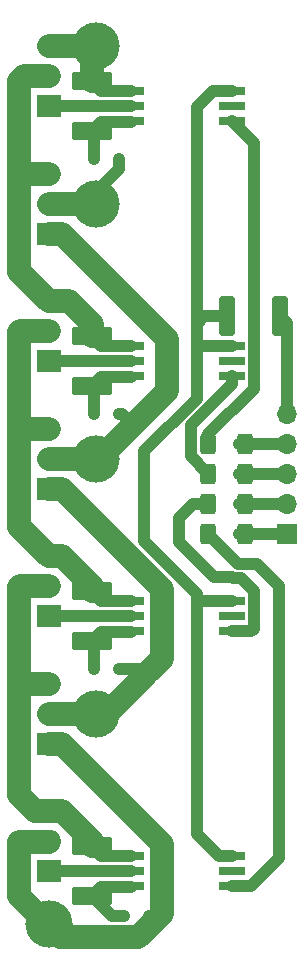
<source format=gbr>
%TF.GenerationSoftware,KiCad,Pcbnew,7.0.5+dfsg-2*%
%TF.CreationDate,2023-06-30T15:01:52+02:00*%
%TF.ProjectId,squeow_mod,73717565-6f77-45f6-9d6f-642e6b696361,rev?*%
%TF.SameCoordinates,PX2cce564PYfbec30*%
%TF.FileFunction,Copper,L1,Top*%
%TF.FilePolarity,Positive*%
%FSLAX46Y46*%
G04 Gerber Fmt 4.6, Leading zero omitted, Abs format (unit mm)*
G04 Created by KiCad (PCBNEW 7.0.5+dfsg-2) date 2023-06-30 15:01:52*
%MOMM*%
%LPD*%
G01*
G04 APERTURE LIST*
G04 Aperture macros list*
%AMRoundRect*
0 Rectangle with rounded corners*
0 $1 Rounding radius*
0 $2 $3 $4 $5 $6 $7 $8 $9 X,Y pos of 4 corners*
0 Add a 4 corners polygon primitive as box body*
4,1,4,$2,$3,$4,$5,$6,$7,$8,$9,$2,$3,0*
0 Add four circle primitives for the rounded corners*
1,1,$1+$1,$2,$3*
1,1,$1+$1,$4,$5*
1,1,$1+$1,$6,$7*
1,1,$1+$1,$8,$9*
0 Add four rect primitives between the rounded corners*
20,1,$1+$1,$2,$3,$4,$5,0*
20,1,$1+$1,$4,$5,$6,$7,0*
20,1,$1+$1,$6,$7,$8,$9,0*
20,1,$1+$1,$8,$9,$2,$3,0*%
G04 Aperture macros list end*
%TA.AperFunction,ComponentPad*%
%ADD10O,2.000000X1.905000*%
%TD*%
%TA.AperFunction,ComponentPad*%
%ADD11R,2.000000X1.905000*%
%TD*%
%TA.AperFunction,SMDPad,CuDef*%
%ADD12C,4.000000*%
%TD*%
%TA.AperFunction,SMDPad,CuDef*%
%ADD13R,2.160000X0.640000*%
%TD*%
%TA.AperFunction,SMDPad,CuDef*%
%ADD14RoundRect,0.250000X-0.400000X-0.625000X0.400000X-0.625000X0.400000X0.625000X-0.400000X0.625000X0*%
%TD*%
%TA.AperFunction,SMDPad,CuDef*%
%ADD15RoundRect,0.250000X1.450000X-0.537500X1.450000X0.537500X-1.450000X0.537500X-1.450000X-0.537500X0*%
%TD*%
%TA.AperFunction,ComponentPad*%
%ADD16O,1.700000X1.700000*%
%TD*%
%TA.AperFunction,ComponentPad*%
%ADD17R,1.700000X1.700000*%
%TD*%
%TA.AperFunction,SMDPad,CuDef*%
%ADD18R,0.600000X0.450000*%
%TD*%
%TA.AperFunction,SMDPad,CuDef*%
%ADD19RoundRect,0.250000X-0.400000X-1.450000X0.400000X-1.450000X0.400000X1.450000X-0.400000X1.450000X0*%
%TD*%
%TA.AperFunction,Conductor*%
%ADD20C,1.000000*%
%TD*%
%TA.AperFunction,Conductor*%
%ADD21C,2.000000*%
%TD*%
G04 APERTURE END LIST*
D10*
%TO.P,D1,3,K*%
%TO.N,Net-(C1-Pad2)*%
X3977500Y-56515000D03*
%TO.P,D1,2,A*%
%TO.N,Net-(D1-Pad2)*%
X3977500Y-59055000D03*
D11*
%TO.P,D1,1,K*%
%TO.N,Net-(D1-Pad1)*%
X3977500Y-61595000D03*
%TD*%
D12*
%TO.P,J3,1,Pin_1*%
%TO.N,Net-(D2-Pad2)*%
X8017500Y-37465000D03*
%TD*%
D13*
%TO.P,U3,6,VCC*%
%TO.N,Net-(C3-Pad1)*%
X10977500Y-30480000D03*
%TO.P,U3,5,VO*%
%TO.N,Net-(Q3-Pad1)*%
X10977500Y-29210000D03*
%TO.P,U3,4,VEE*%
%TO.N,Net-(C3-Pad2)*%
X10977500Y-27940000D03*
%TO.P,U3,3,C*%
%TO.N,GND*%
X19517500Y-27940000D03*
%TO.P,U3,2,NC*%
%TO.N,unconnected-(U3-Pad2)*%
X19517500Y-29210000D03*
%TO.P,U3,1,A*%
%TO.N,Net-(R3-Pad1)*%
X19517500Y-30480000D03*
%TD*%
D10*
%TO.P,Q3,3,S*%
%TO.N,Net-(C3-Pad2)*%
X3977500Y-24130000D03*
%TO.P,Q3,2,D*%
%TO.N,Net-(C2-Pad2)*%
X3977500Y-26670000D03*
D11*
%TO.P,Q3,1,G*%
%TO.N,Net-(Q3-Pad1)*%
X3977500Y-29210000D03*
%TD*%
D10*
%TO.P,D3,3,K*%
%TO.N,Net-(C3-Pad2)*%
X3977500Y-13335000D03*
%TO.P,D3,2,A*%
%TO.N,Net-(D3-Pad2)*%
X3977500Y-15875000D03*
D11*
%TO.P,D3,1,K*%
%TO.N,Net-(D2-Pad2)*%
X3977500Y-18415000D03*
%TD*%
D14*
%TO.P,R3,2*%
%TO.N,Net-(J6-Pad3)*%
X20607500Y-38735000D03*
%TO.P,R3,1*%
%TO.N,Net-(R3-Pad1)*%
X17507500Y-38735000D03*
%TD*%
D10*
%TO.P,D2,3,K*%
%TO.N,Net-(C2-Pad2)*%
X3977500Y-34925000D03*
%TO.P,D2,2,A*%
%TO.N,Net-(D2-Pad2)*%
X3977500Y-37465000D03*
D11*
%TO.P,D2,1,K*%
%TO.N,Net-(D1-Pad2)*%
X3977500Y-40005000D03*
%TD*%
D15*
%TO.P,C2,2*%
%TO.N,Net-(C2-Pad2)*%
X7627500Y-48662500D03*
%TO.P,C2,1*%
%TO.N,Net-(C2-Pad1)*%
X7627500Y-52937500D03*
%TD*%
%TO.P,C4,2*%
%TO.N,Net-(C4-Pad2)*%
X7627500Y-5482500D03*
%TO.P,C4,1*%
%TO.N,Net-(C4-Pad1)*%
X7627500Y-9757500D03*
%TD*%
D16*
%TO.P,J6,5,Pin_5*%
%TO.N,Net-(J6-Pad5)*%
X24137500Y-33655000D03*
%TO.P,J6,4,Pin_4*%
%TO.N,Net-(J6-Pad4)*%
X24137500Y-36195000D03*
%TO.P,J6,3,Pin_3*%
%TO.N,Net-(J6-Pad3)*%
X24137500Y-38735000D03*
%TO.P,J6,2,Pin_2*%
%TO.N,Net-(J6-Pad2)*%
X24137500Y-41275000D03*
D17*
%TO.P,J6,1,Pin_1*%
%TO.N,Net-(J6-Pad1)*%
X24137500Y-43815000D03*
%TD*%
D12*
%TO.P,J2,1,Pin_1*%
%TO.N,Net-(D1-Pad2)*%
X8017500Y-59055000D03*
%TD*%
%TO.P,J4,1,Pin_1*%
%TO.N,Net-(D3-Pad2)*%
X8017500Y-15875000D03*
%TD*%
D18*
%TO.P,D6,2,A*%
%TO.N,Net-(D2-Pad2)*%
X9947500Y-33655000D03*
%TO.P,D6,1,K*%
%TO.N,Net-(C3-Pad1)*%
X7847500Y-33655000D03*
%TD*%
D12*
%TO.P,J5,1,Pin_1*%
%TO.N,Net-(C4-Pad2)*%
X8017500Y-2540000D03*
%TD*%
D18*
%TO.P,D7,2,A*%
%TO.N,Net-(D3-Pad2)*%
X9947500Y-12065000D03*
%TO.P,D7,1,K*%
%TO.N,Net-(C4-Pad1)*%
X7847500Y-12065000D03*
%TD*%
D15*
%TO.P,C3,2*%
%TO.N,Net-(C3-Pad2)*%
X7627500Y-27072500D03*
%TO.P,C3,1*%
%TO.N,Net-(C3-Pad1)*%
X7627500Y-31347500D03*
%TD*%
%TO.P,C1,2*%
%TO.N,Net-(C1-Pad2)*%
X7627500Y-70252500D03*
%TO.P,C1,1*%
%TO.N,Net-(C1-Pad1)*%
X7627500Y-74527500D03*
%TD*%
D13*
%TO.P,U4,6,VCC*%
%TO.N,Net-(C4-Pad1)*%
X10977500Y-8890000D03*
%TO.P,U4,5,VO*%
%TO.N,Net-(Q4-Pad1)*%
X10977500Y-7620000D03*
%TO.P,U4,4,VEE*%
%TO.N,Net-(C4-Pad2)*%
X10977500Y-6350000D03*
%TO.P,U4,3,C*%
%TO.N,GND*%
X19517500Y-6350000D03*
%TO.P,U4,2,NC*%
%TO.N,unconnected-(U4-Pad2)*%
X19517500Y-7620000D03*
%TO.P,U4,1,A*%
%TO.N,Net-(R4-Pad1)*%
X19517500Y-8890000D03*
%TD*%
D14*
%TO.P,R4,2*%
%TO.N,Net-(J6-Pad4)*%
X20607500Y-36195000D03*
%TO.P,R4,1*%
%TO.N,Net-(R4-Pad1)*%
X17507500Y-36195000D03*
%TD*%
D10*
%TO.P,Q1,3,S*%
%TO.N,Net-(C1-Pad2)*%
X3977500Y-67310000D03*
%TO.P,Q1,2,D*%
%TO.N,Net-(D1-Pad1)*%
X3977500Y-69850000D03*
D11*
%TO.P,Q1,1,G*%
%TO.N,Net-(Q1-Pad1)*%
X3977500Y-72390000D03*
%TD*%
D13*
%TO.P,U1,6,VCC*%
%TO.N,Net-(C1-Pad1)*%
X10977500Y-73660000D03*
%TO.P,U1,5,VO*%
%TO.N,Net-(Q1-Pad1)*%
X10977500Y-72390000D03*
%TO.P,U1,4,VEE*%
%TO.N,Net-(C1-Pad2)*%
X10977500Y-71120000D03*
%TO.P,U1,3,C*%
%TO.N,GND*%
X19517500Y-71120000D03*
%TO.P,U1,2,NC*%
%TO.N,unconnected-(U1-Pad2)*%
X19517500Y-72390000D03*
%TO.P,U1,1,A*%
%TO.N,Net-(R1-Pad1)*%
X19517500Y-73660000D03*
%TD*%
D18*
%TO.P,D4,2,A*%
%TO.N,Net-(D1-Pad1)*%
X12487500Y-76200000D03*
%TO.P,D4,1,K*%
%TO.N,Net-(C1-Pad1)*%
X10387500Y-76200000D03*
%TD*%
D14*
%TO.P,R1,2*%
%TO.N,Net-(J6-Pad1)*%
X20607500Y-43815000D03*
%TO.P,R1,1*%
%TO.N,Net-(R1-Pad1)*%
X17507500Y-43815000D03*
%TD*%
D10*
%TO.P,Q2,3,S*%
%TO.N,Net-(C2-Pad2)*%
X3977500Y-45720000D03*
%TO.P,Q2,2,D*%
%TO.N,Net-(C1-Pad2)*%
X3977500Y-48260000D03*
D11*
%TO.P,Q2,1,G*%
%TO.N,Net-(Q2-Pad1)*%
X3977500Y-50800000D03*
%TD*%
D18*
%TO.P,D5,2,A*%
%TO.N,Net-(D1-Pad2)*%
X9947500Y-55245000D03*
%TO.P,D5,1,K*%
%TO.N,Net-(C2-Pad1)*%
X7847500Y-55245000D03*
%TD*%
D12*
%TO.P,J1,1,Pin_1*%
%TO.N,Net-(D1-Pad1)*%
X4017500Y-76835000D03*
%TD*%
D10*
%TO.P,Q4,3,S*%
%TO.N,Net-(C4-Pad2)*%
X3977500Y-2540000D03*
%TO.P,Q4,2,D*%
%TO.N,Net-(C3-Pad2)*%
X3977500Y-5080000D03*
D11*
%TO.P,Q4,1,G*%
%TO.N,Net-(Q4-Pad1)*%
X3977500Y-7620000D03*
%TD*%
D14*
%TO.P,R2,2*%
%TO.N,Net-(J6-Pad2)*%
X20607500Y-41275000D03*
%TO.P,R2,1*%
%TO.N,Net-(R2-Pad1)*%
X17507500Y-41275000D03*
%TD*%
D19*
%TO.P,R5,2*%
%TO.N,Net-(J6-Pad5)*%
X23542500Y-25400000D03*
%TO.P,R5,1*%
%TO.N,GND*%
X19092500Y-25400000D03*
%TD*%
D13*
%TO.P,U2,6,VCC*%
%TO.N,Net-(C2-Pad1)*%
X10977500Y-52070000D03*
%TO.P,U2,5,VO*%
%TO.N,Net-(Q2-Pad1)*%
X10977500Y-50800000D03*
%TO.P,U2,4,VEE*%
%TO.N,Net-(C2-Pad2)*%
X10977500Y-49530000D03*
%TO.P,U2,3,C*%
%TO.N,GND*%
X19517500Y-49530000D03*
%TO.P,U2,2,NC*%
%TO.N,unconnected-(U2-Pad2)*%
X19517500Y-50800000D03*
%TO.P,U2,1,A*%
%TO.N,Net-(R2-Pad1)*%
X19517500Y-52070000D03*
%TD*%
D20*
%TO.N,Net-(C1-Pad1)*%
X10375000Y-76212500D02*
X10387500Y-76200000D01*
X8445000Y-73710000D02*
X10977500Y-73710000D01*
X7627500Y-74527500D02*
X8445000Y-73710000D01*
X9312500Y-76212500D02*
X10375000Y-76212500D01*
X9312500Y-76212500D02*
X7627500Y-74527500D01*
D21*
%TO.N,Net-(C1-Pad2)*%
X1912500Y-56515000D02*
X1477500Y-56080000D01*
X2826641Y-67310000D02*
X3977500Y-67310000D01*
D20*
X7627500Y-70252500D02*
X8445000Y-71070000D01*
D21*
X5087500Y-67310000D02*
X7627500Y-69850000D01*
X1477500Y-56080000D02*
X1477500Y-65960859D01*
X3977500Y-67310000D02*
X5087500Y-67310000D01*
X1477500Y-48347500D02*
X1477500Y-56080000D01*
D20*
X8445000Y-71070000D02*
X10977500Y-71070000D01*
D21*
X7627500Y-69850000D02*
X7627500Y-70252500D01*
X1477500Y-65960859D02*
X2826641Y-67310000D01*
X1565000Y-48260000D02*
X1477500Y-48347500D01*
X3977500Y-48260000D02*
X1565000Y-48260000D01*
X3977500Y-56515000D02*
X1912500Y-56515000D01*
D20*
%TO.N,Net-(C2-Pad1)*%
X8445000Y-52120000D02*
X10977500Y-52120000D01*
X7847500Y-55245000D02*
X7847500Y-53157500D01*
X7627500Y-52937500D02*
X8445000Y-52120000D01*
D21*
%TO.N,Net-(C2-Pad2)*%
X1565000Y-26670000D02*
X1477500Y-26757500D01*
X3977500Y-45720000D02*
X5087500Y-45720000D01*
X3977500Y-26670000D02*
X1565000Y-26670000D01*
X1477500Y-35125000D02*
X1477500Y-43220000D01*
D20*
X7627500Y-48662500D02*
X8445000Y-49480000D01*
D21*
X1677500Y-34925000D02*
X1477500Y-35125000D01*
X7627500Y-48260000D02*
X7627500Y-48662500D01*
D20*
X8445000Y-49480000D02*
X10977500Y-49480000D01*
D21*
X3977500Y-34925000D02*
X1677500Y-34925000D01*
X1477500Y-26757500D02*
X1477500Y-35125000D01*
X1477500Y-43220000D02*
X3977500Y-45720000D01*
X5087500Y-45720000D02*
X7627500Y-48260000D01*
D20*
%TO.N,Net-(C3-Pad1)*%
X7627500Y-31347500D02*
X8445000Y-30530000D01*
X8445000Y-30530000D02*
X10977500Y-30530000D01*
X7847500Y-33655000D02*
X7847500Y-31567500D01*
D21*
%TO.N,Net-(C3-Pad2)*%
X1912500Y-5080000D02*
X1477500Y-5515000D01*
X5722500Y-24130000D02*
X7627500Y-26035000D01*
X1477500Y-21630000D02*
X3977500Y-24130000D01*
X1477500Y-5515000D02*
X1477500Y-13770000D01*
X7627500Y-26035000D02*
X7627500Y-27072500D01*
D20*
X7627500Y-27072500D02*
X8445000Y-27890000D01*
D21*
X3977500Y-5080000D02*
X1912500Y-5080000D01*
D20*
X8445000Y-27890000D02*
X10977500Y-27890000D01*
D21*
X1477500Y-13770000D02*
X1477500Y-21630000D01*
X1912500Y-13335000D02*
X1477500Y-13770000D01*
X3977500Y-13335000D02*
X1912500Y-13335000D01*
X3977500Y-24130000D02*
X5722500Y-24130000D01*
D20*
%TO.N,Net-(C4-Pad1)*%
X7847500Y-12065000D02*
X7847500Y-9977500D01*
X7627500Y-9757500D02*
X8445000Y-8940000D01*
X8445000Y-8940000D02*
X10977500Y-8940000D01*
D21*
%TO.N,Net-(C4-Pad2)*%
X7627500Y-5482500D02*
X7627500Y-2930000D01*
D20*
X7627500Y-5482500D02*
X8445000Y-6300000D01*
X8445000Y-6300000D02*
X10977500Y-6300000D01*
D21*
X3977500Y-2540000D02*
X8017500Y-2540000D01*
%TO.N,Net-(D1-Pad2)*%
X13557500Y-54395000D02*
X12390000Y-55562500D01*
X8897500Y-59055000D02*
X6992500Y-59055000D01*
X6992500Y-59055000D02*
X3977500Y-59055000D01*
X12390000Y-55562500D02*
X8897500Y-59055000D01*
X5087500Y-40005000D02*
X13557500Y-48475000D01*
D20*
X9947500Y-55245000D02*
X12072500Y-55245000D01*
X12072500Y-55245000D02*
X12390000Y-55562500D01*
D21*
X13557500Y-48475000D02*
X13557500Y-54395000D01*
X3977500Y-40005000D02*
X5087500Y-40005000D01*
%TO.N,Net-(D2-Pad2)*%
X13977500Y-31750000D02*
X11120000Y-34607500D01*
X5087500Y-18415000D02*
X13977500Y-27305000D01*
D20*
X10167500Y-33655000D02*
X11120000Y-34607500D01*
D21*
X13977500Y-27305000D02*
X13977500Y-31750000D01*
X3977500Y-37465000D02*
X8017500Y-37465000D01*
X3977500Y-18415000D02*
X5087500Y-18415000D01*
D20*
X9947500Y-33655000D02*
X10167500Y-33655000D01*
D21*
X11120000Y-34607500D02*
X8262500Y-37465000D01*
D20*
%TO.N,Net-(D3-Pad2)*%
X6992500Y-15875000D02*
X9947500Y-12920000D01*
X9947500Y-12920000D02*
X9947500Y-12065000D01*
D21*
X6992500Y-15875000D02*
X3977500Y-15875000D01*
D20*
%TO.N,Net-(Q1-Pad1)*%
X10977500Y-72390000D02*
X3977500Y-72390000D01*
%TO.N,Net-(Q3-Pad1)*%
X10977500Y-29210000D02*
X3977500Y-29210000D01*
%TO.N,Net-(Q4-Pad1)*%
X3977500Y-7620000D02*
X10977500Y-7620000D01*
%TO.N,GND*%
X17152500Y-25400000D02*
X16517500Y-26035000D01*
X12072500Y-44450000D02*
X16517500Y-48895000D01*
X18422500Y-71120000D02*
X19517500Y-71120000D01*
X16517500Y-48895000D02*
X16517500Y-50165000D01*
X19517500Y-6350000D02*
X17887500Y-6350000D01*
X16517500Y-7720000D02*
X16517500Y-26035000D01*
X16517500Y-69215000D02*
X18422500Y-71120000D01*
X12072500Y-36830000D02*
X12072500Y-44450000D01*
X16517500Y-27940000D02*
X16517500Y-32385000D01*
X16517500Y-32385000D02*
X12072500Y-36830000D01*
X16517500Y-49530000D02*
X16517500Y-50165000D01*
X19517500Y-27940000D02*
X16517500Y-27940000D01*
X19517500Y-49530000D02*
X16517500Y-49530000D01*
X17887500Y-6350000D02*
X16517500Y-7720000D01*
X16517500Y-50165000D02*
X16517500Y-69215000D01*
X19092500Y-25400000D02*
X17152500Y-25400000D01*
X16517500Y-26035000D02*
X16517500Y-27940000D01*
%TO.N,Net-(Q2-Pad1)*%
X10977500Y-50800000D02*
X3977500Y-50800000D01*
%TO.N,Net-(J6-Pad2)*%
X24137500Y-41275000D02*
X20057500Y-41275000D01*
%TO.N,Net-(J6-Pad3)*%
X24137500Y-38735000D02*
X20057500Y-38735000D01*
%TO.N,Net-(J6-Pad4)*%
X20057500Y-36195000D02*
X24137500Y-36195000D01*
%TO.N,Net-(R1-Pad1)*%
X23502500Y-48260000D02*
X21597500Y-46355000D01*
X20047500Y-46355000D02*
X17507500Y-43815000D01*
X21597500Y-46355000D02*
X20047500Y-46355000D01*
X21147500Y-73660000D02*
X23502500Y-71305000D01*
X19517500Y-73660000D02*
X21147500Y-73660000D01*
X23502500Y-71305000D02*
X23502500Y-48260000D01*
D21*
%TO.N,Net-(D1-Pad1)*%
X3977500Y-61595000D02*
X5087500Y-61595000D01*
X1477500Y-69937500D02*
X3977500Y-69937500D01*
D20*
X12707500Y-76835000D02*
X12707500Y-76420000D01*
D21*
X5087500Y-61595000D02*
X13557500Y-70065000D01*
X1477500Y-74495000D02*
X1477500Y-69937500D01*
X13557500Y-75985000D02*
X12707500Y-76835000D01*
X11580000Y-77962500D02*
X12707500Y-76835000D01*
X4945000Y-77962500D02*
X11580000Y-77962500D01*
D20*
X12707500Y-76420000D02*
X12487500Y-76200000D01*
D21*
X3817500Y-76835000D02*
X4945000Y-77962500D01*
X13557500Y-70065000D02*
X13557500Y-75985000D01*
X3817500Y-76835000D02*
X1477500Y-74495000D01*
D20*
%TO.N,Net-(J6-Pad1)*%
X24137500Y-43815000D02*
X20057500Y-43815000D01*
%TO.N,Net-(R2-Pad1)*%
X21147500Y-52070000D02*
X21347500Y-51870000D01*
X19518286Y-47490000D02*
X18017500Y-47490000D01*
X16232500Y-41275000D02*
X17507500Y-41275000D01*
X19633286Y-47605000D02*
X19518286Y-47490000D01*
X15017500Y-44490000D02*
X15017500Y-42490000D01*
X15017500Y-42490000D02*
X16232500Y-41275000D01*
X18017500Y-47490000D02*
X15017500Y-44490000D01*
X21347500Y-51870000D02*
X21347500Y-48645000D01*
X21347500Y-48645000D02*
X20307500Y-47605000D01*
X20307500Y-47605000D02*
X19633286Y-47605000D01*
X19517500Y-52070000D02*
X21147500Y-52070000D01*
%TO.N,Net-(R3-Pad1)*%
X16017500Y-37245000D02*
X17507500Y-38735000D01*
X19517500Y-31152766D02*
X16017500Y-34652766D01*
X19517500Y-30480000D02*
X19517500Y-31152766D01*
X16017500Y-34652766D02*
X16017500Y-37245000D01*
%TO.N,Net-(R4-Pad1)*%
X21347500Y-10720000D02*
X19517500Y-8890000D01*
X17507500Y-35390000D02*
X21347500Y-31550000D01*
X17507500Y-36195000D02*
X17507500Y-35390000D01*
X21347500Y-31550000D02*
X21347500Y-10720000D01*
%TO.N,Net-(J6-Pad5)*%
X24137500Y-25995000D02*
X23542500Y-25400000D01*
X24137500Y-33655000D02*
X24137500Y-25995000D01*
%TD*%
M02*

</source>
